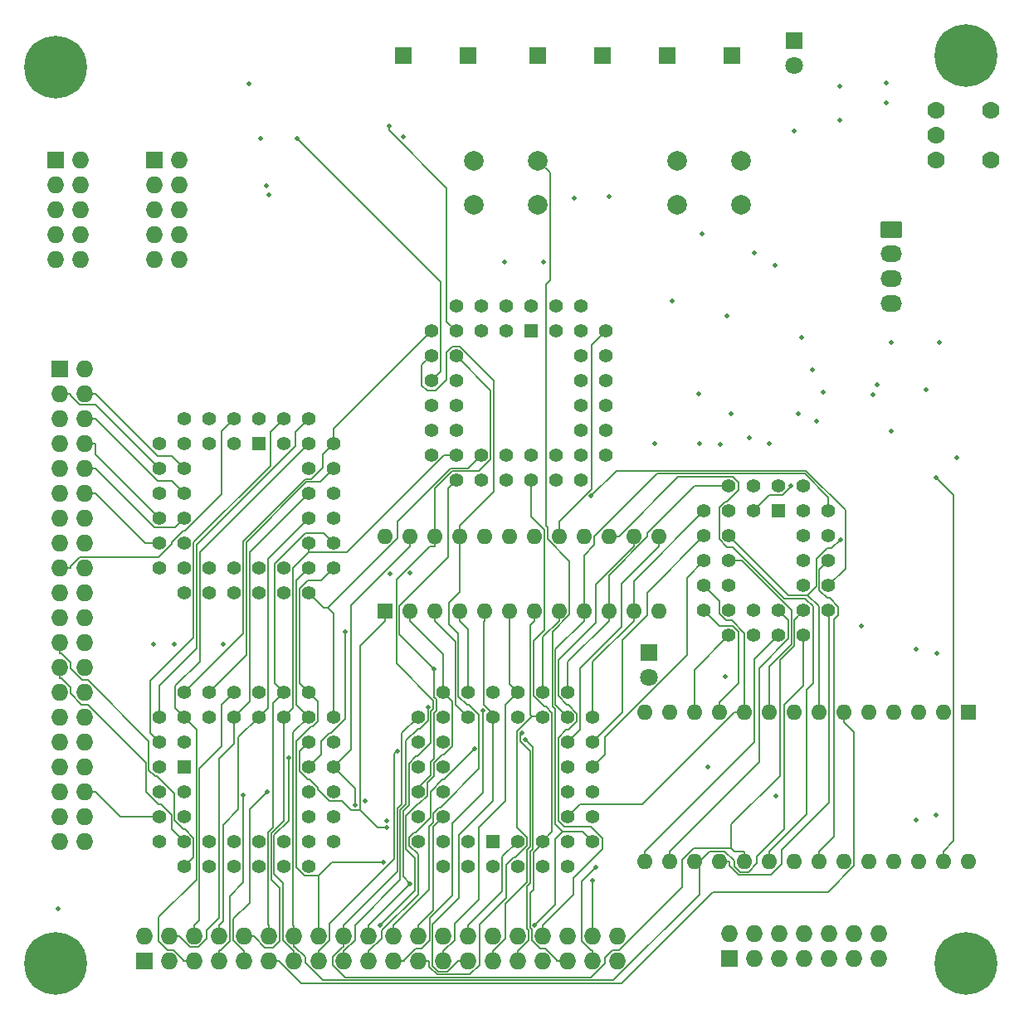
<source format=gbr>
G04 #@! TF.GenerationSoftware,KiCad,Pcbnew,5.1.4-e60b266~84~ubuntu18.04.1*
G04 #@! TF.CreationDate,2019-10-20T16:14:38+01:00*
G04 #@! TF.ProjectId,pluto,706c7574-6f2e-46b6-9963-61645f706362,rev?*
G04 #@! TF.SameCoordinates,Original*
G04 #@! TF.FileFunction,Copper,L4,Bot*
G04 #@! TF.FilePolarity,Positive*
%FSLAX46Y46*%
G04 Gerber Fmt 4.6, Leading zero omitted, Abs format (unit mm)*
G04 Created by KiCad (PCBNEW 5.1.4-e60b266~84~ubuntu18.04.1) date 2019-10-20 16:14:38*
%MOMM*%
%LPD*%
G04 APERTURE LIST*
%ADD10R,1.422400X1.422400*%
%ADD11C,1.422400*%
%ADD12R,1.800000X1.800000*%
%ADD13C,1.800000*%
%ADD14C,1.778000*%
%ADD15C,0.100000*%
%ADD16C,1.700000*%
%ADD17O,2.200000X1.700000*%
%ADD18O,1.727200X1.727200*%
%ADD19R,1.727200X1.727200*%
%ADD20C,6.400000*%
%ADD21C,2.000000*%
%ADD22O,1.600000X1.600000*%
%ADD23R,1.600000X1.600000*%
%ADD24R,1.700000X1.700000*%
%ADD25C,0.500000*%
%ADD26C,0.150000*%
G04 APERTURE END LIST*
D10*
X71501000Y-116332000D03*
D11*
X71501000Y-118872000D03*
X71501000Y-121412000D03*
X71501000Y-113792000D03*
X71501000Y-111252000D03*
X68961000Y-118872000D03*
X68961000Y-121412000D03*
X68961000Y-123952000D03*
X68961000Y-116332000D03*
X68961000Y-113792000D03*
X71501000Y-123952000D03*
X74041000Y-123952000D03*
X76581000Y-123952000D03*
X79121000Y-123952000D03*
X81661000Y-123952000D03*
X71501000Y-126492000D03*
X74041000Y-126492000D03*
X76581000Y-126492000D03*
X79121000Y-126492000D03*
X81661000Y-126492000D03*
X84201000Y-126492000D03*
X84201000Y-123952000D03*
X84201000Y-121412000D03*
X84201000Y-118872000D03*
X84201000Y-116332000D03*
X84201000Y-113792000D03*
X84201000Y-108712000D03*
X86741000Y-123952000D03*
X86741000Y-121412000D03*
X86741000Y-118872000D03*
X86741000Y-116332000D03*
X86741000Y-113792000D03*
X86741000Y-111252000D03*
X84201000Y-111252000D03*
X81661000Y-111252000D03*
X79121000Y-111252000D03*
X76581000Y-111252000D03*
X74041000Y-111252000D03*
X68961000Y-111252000D03*
X81661000Y-108712000D03*
X79121000Y-108712000D03*
X76581000Y-108712000D03*
X74041000Y-108712000D03*
X71501000Y-108712000D03*
X86741000Y-83312000D03*
X86741000Y-85852000D03*
X86741000Y-88392000D03*
X86741000Y-90932000D03*
X86741000Y-93472000D03*
X84201000Y-80772000D03*
X84201000Y-85852000D03*
X84201000Y-88392000D03*
X84201000Y-90932000D03*
X84201000Y-93472000D03*
X84201000Y-96012000D03*
X84201000Y-98552000D03*
X81661000Y-98552000D03*
X79121000Y-98552000D03*
X76581000Y-98552000D03*
X74041000Y-98552000D03*
X71501000Y-98552000D03*
X86741000Y-96012000D03*
X81661000Y-96012000D03*
X79121000Y-96012000D03*
X76581000Y-96012000D03*
X74041000Y-96012000D03*
X71501000Y-96012000D03*
X68961000Y-96012000D03*
X68961000Y-93472000D03*
X68961000Y-90932000D03*
X68961000Y-88392000D03*
X68961000Y-85852000D03*
X68961000Y-83312000D03*
X71501000Y-93472000D03*
X71501000Y-90932000D03*
X71501000Y-88392000D03*
X71501000Y-85852000D03*
X71501000Y-83312000D03*
X81661000Y-80772000D03*
X79121000Y-80772000D03*
X71501000Y-80772000D03*
X74041000Y-80772000D03*
X76581000Y-80772000D03*
X84201000Y-83312000D03*
X81661000Y-83312000D03*
X74041000Y-83312000D03*
X76581000Y-83312000D03*
D10*
X79121000Y-83312000D03*
D12*
X118948000Y-104648000D03*
D13*
X118948000Y-107188000D03*
D12*
X133731000Y-42164000D03*
D13*
X133731000Y-44704000D03*
D14*
X153797000Y-54356000D03*
X153797000Y-49276000D03*
X148209000Y-54356000D03*
X148209000Y-51816000D03*
X148209000Y-49276000D03*
D15*
G36*
X144511504Y-60619204D02*
G01*
X144535773Y-60622804D01*
X144559571Y-60628765D01*
X144582671Y-60637030D01*
X144604849Y-60647520D01*
X144625893Y-60660133D01*
X144645598Y-60674747D01*
X144663777Y-60691223D01*
X144680253Y-60709402D01*
X144694867Y-60729107D01*
X144707480Y-60750151D01*
X144717970Y-60772329D01*
X144726235Y-60795429D01*
X144732196Y-60819227D01*
X144735796Y-60843496D01*
X144737000Y-60868000D01*
X144737000Y-62068000D01*
X144735796Y-62092504D01*
X144732196Y-62116773D01*
X144726235Y-62140571D01*
X144717970Y-62163671D01*
X144707480Y-62185849D01*
X144694867Y-62206893D01*
X144680253Y-62226598D01*
X144663777Y-62244777D01*
X144645598Y-62261253D01*
X144625893Y-62275867D01*
X144604849Y-62288480D01*
X144582671Y-62298970D01*
X144559571Y-62307235D01*
X144535773Y-62313196D01*
X144511504Y-62316796D01*
X144487000Y-62318000D01*
X142787000Y-62318000D01*
X142762496Y-62316796D01*
X142738227Y-62313196D01*
X142714429Y-62307235D01*
X142691329Y-62298970D01*
X142669151Y-62288480D01*
X142648107Y-62275867D01*
X142628402Y-62261253D01*
X142610223Y-62244777D01*
X142593747Y-62226598D01*
X142579133Y-62206893D01*
X142566520Y-62185849D01*
X142556030Y-62163671D01*
X142547765Y-62140571D01*
X142541804Y-62116773D01*
X142538204Y-62092504D01*
X142537000Y-62068000D01*
X142537000Y-60868000D01*
X142538204Y-60843496D01*
X142541804Y-60819227D01*
X142547765Y-60795429D01*
X142556030Y-60772329D01*
X142566520Y-60750151D01*
X142579133Y-60729107D01*
X142593747Y-60709402D01*
X142610223Y-60691223D01*
X142628402Y-60674747D01*
X142648107Y-60660133D01*
X142669151Y-60647520D01*
X142691329Y-60637030D01*
X142714429Y-60628765D01*
X142738227Y-60622804D01*
X142762496Y-60619204D01*
X142787000Y-60618000D01*
X144487000Y-60618000D01*
X144511504Y-60619204D01*
X144511504Y-60619204D01*
G37*
D16*
X143637000Y-61468000D03*
D17*
X143637000Y-63968000D03*
X143637000Y-66468000D03*
X143637000Y-68968000D03*
D18*
X70993000Y-64516000D03*
X68453000Y-64516000D03*
X70993000Y-61976000D03*
X68453000Y-61976000D03*
X70993000Y-59436000D03*
X68453000Y-59436000D03*
X70993000Y-56896000D03*
X68453000Y-56896000D03*
X70993000Y-54356000D03*
D19*
X68453000Y-54356000D03*
X58420000Y-54356000D03*
D18*
X60960000Y-54356000D03*
X58420000Y-56896000D03*
X60960000Y-56896000D03*
X58420000Y-59436000D03*
X60960000Y-59436000D03*
X58420000Y-61976000D03*
X60960000Y-61976000D03*
X58420000Y-64516000D03*
X60960000Y-64516000D03*
D19*
X127127000Y-135890000D03*
D18*
X127127000Y-133350000D03*
X129667000Y-135890000D03*
X129667000Y-133350000D03*
X132207000Y-135890000D03*
X132207000Y-133350000D03*
X134747000Y-135890000D03*
X134747000Y-133350000D03*
X137287000Y-135890000D03*
X137287000Y-133350000D03*
X139827000Y-135890000D03*
X139827000Y-133350000D03*
X142367000Y-135890000D03*
X142367000Y-133350000D03*
D20*
X58394600Y-44856400D03*
X151257000Y-43688000D03*
X151257000Y-136398000D03*
X58420000Y-136398000D03*
D19*
X58801000Y-75692000D03*
D18*
X61341000Y-75692000D03*
X58801000Y-78232000D03*
X61341000Y-78232000D03*
X58801000Y-80772000D03*
X61341000Y-80772000D03*
X58801000Y-83312000D03*
X61341000Y-83312000D03*
X58801000Y-85852000D03*
X61341000Y-85852000D03*
X58801000Y-88392000D03*
X61341000Y-88392000D03*
X58801000Y-90932000D03*
X61341000Y-90932000D03*
X58801000Y-93472000D03*
X61341000Y-93472000D03*
X58801000Y-96012000D03*
X61341000Y-96012000D03*
X58801000Y-98552000D03*
X61341000Y-98552000D03*
X58801000Y-101092000D03*
X61341000Y-101092000D03*
X58801000Y-103632000D03*
X61341000Y-103632000D03*
X58801000Y-106172000D03*
X61341000Y-106172000D03*
X58801000Y-108712000D03*
X61341000Y-108712000D03*
X58801000Y-111252000D03*
X61341000Y-111252000D03*
X58801000Y-113792000D03*
X61341000Y-113792000D03*
X58801000Y-116332000D03*
X61341000Y-116332000D03*
X58801000Y-118872000D03*
X61341000Y-118872000D03*
X58801000Y-121412000D03*
X61341000Y-121412000D03*
X58801000Y-123952000D03*
X61341000Y-123952000D03*
D21*
X128293000Y-54428000D03*
X128293000Y-58928000D03*
X121793000Y-54428000D03*
X121793000Y-58928000D03*
X101069000Y-58928000D03*
X101069000Y-54428000D03*
X107569000Y-58928000D03*
X107569000Y-54428000D03*
D11*
X95377000Y-123952000D03*
X95377000Y-121412000D03*
X95377000Y-118872000D03*
X95377000Y-116332000D03*
X95377000Y-113792000D03*
X97917000Y-126492000D03*
X97917000Y-121412000D03*
X97917000Y-118872000D03*
X97917000Y-116332000D03*
X97917000Y-113792000D03*
X97917000Y-111252000D03*
X97917000Y-108712000D03*
X100457000Y-108712000D03*
X102997000Y-108712000D03*
X105537000Y-108712000D03*
X108077000Y-108712000D03*
X110617000Y-108712000D03*
X95377000Y-111252000D03*
X100457000Y-111252000D03*
X102997000Y-111252000D03*
X105537000Y-111252000D03*
X108077000Y-111252000D03*
X110617000Y-111252000D03*
X113157000Y-111252000D03*
X113157000Y-113792000D03*
X113157000Y-116332000D03*
X113157000Y-118872000D03*
X113157000Y-121412000D03*
X113157000Y-123952000D03*
X110617000Y-113792000D03*
X110617000Y-116332000D03*
X110617000Y-118872000D03*
X110617000Y-121412000D03*
X110617000Y-123952000D03*
X100457000Y-126492000D03*
X102997000Y-126492000D03*
X110617000Y-126492000D03*
X108077000Y-126492000D03*
X105537000Y-126492000D03*
X97917000Y-123952000D03*
X100457000Y-123952000D03*
X108077000Y-123952000D03*
X105537000Y-123952000D03*
D10*
X102997000Y-123952000D03*
D22*
X151511000Y-125984000D03*
X118491000Y-110744000D03*
X148971000Y-125984000D03*
X121031000Y-110744000D03*
X146431000Y-125984000D03*
X123571000Y-110744000D03*
X143891000Y-125984000D03*
X126111000Y-110744000D03*
X141351000Y-125984000D03*
X128651000Y-110744000D03*
X138811000Y-125984000D03*
X131191000Y-110744000D03*
X136271000Y-125984000D03*
X133731000Y-110744000D03*
X133731000Y-125984000D03*
X136271000Y-110744000D03*
X131191000Y-125984000D03*
X138811000Y-110744000D03*
X128651000Y-125984000D03*
X141351000Y-110744000D03*
X126111000Y-125984000D03*
X143891000Y-110744000D03*
X123571000Y-125984000D03*
X146431000Y-110744000D03*
X121031000Y-125984000D03*
X148971000Y-110744000D03*
X118491000Y-125984000D03*
D23*
X151511000Y-110744000D03*
X91973400Y-100381000D03*
D22*
X119913400Y-92761000D03*
X94513400Y-100381000D03*
X117373400Y-92761000D03*
X97053400Y-100381000D03*
X114833400Y-92761000D03*
X99593400Y-100381000D03*
X112293400Y-92761000D03*
X102133400Y-100381000D03*
X109753400Y-92761000D03*
X104673400Y-100381000D03*
X107213400Y-92761000D03*
X107213400Y-100381000D03*
X104673400Y-92761000D03*
X109753400Y-100381000D03*
X102133400Y-92761000D03*
X112293400Y-100381000D03*
X99593400Y-92761000D03*
X114833400Y-100381000D03*
X97053400Y-92761000D03*
X117373400Y-100381000D03*
X94513400Y-92761000D03*
X119913400Y-100381000D03*
X91973400Y-92761000D03*
D10*
X106858000Y-71831200D03*
D11*
X104318000Y-71831200D03*
X101778000Y-71831200D03*
X109398000Y-71831200D03*
X111938000Y-71831200D03*
X104318000Y-69291200D03*
X101778000Y-69291200D03*
X99238000Y-69291200D03*
X106858000Y-69291200D03*
X109398000Y-69291200D03*
X99238000Y-71831200D03*
X99238000Y-74371200D03*
X99238000Y-76911200D03*
X99238000Y-79451200D03*
X99238000Y-81991200D03*
X96698000Y-71831200D03*
X96698000Y-74371200D03*
X96698000Y-76911200D03*
X96698000Y-79451200D03*
X96698000Y-81991200D03*
X96698000Y-84531200D03*
X99238000Y-84531200D03*
X101778000Y-84531200D03*
X104318000Y-84531200D03*
X106858000Y-84531200D03*
X109398000Y-84531200D03*
X114478000Y-84531200D03*
X99238000Y-87071200D03*
X101778000Y-87071200D03*
X104318000Y-87071200D03*
X106858000Y-87071200D03*
X109398000Y-87071200D03*
X111938000Y-87071200D03*
X111938000Y-84531200D03*
X111938000Y-81991200D03*
X111938000Y-79451200D03*
X111938000Y-76911200D03*
X111938000Y-74371200D03*
X111938000Y-69291200D03*
X114478000Y-81991200D03*
X114478000Y-79451200D03*
X114478000Y-76911200D03*
X114478000Y-74371200D03*
X114478000Y-71831200D03*
D24*
X127381000Y-43688000D03*
X120777000Y-43688000D03*
X114173000Y-43688000D03*
X107569000Y-43688000D03*
X100457000Y-43688000D03*
X93853000Y-43688000D03*
D11*
X134706300Y-90198600D03*
X132166300Y-87658600D03*
X134706300Y-87658600D03*
X134706300Y-92738600D03*
X134706300Y-95278600D03*
X134706300Y-97818600D03*
X134706300Y-100358600D03*
X134706300Y-102898600D03*
X132166300Y-102898600D03*
X137246300Y-90198600D03*
X137246300Y-92738600D03*
X137246300Y-95278600D03*
X137246300Y-97818600D03*
X137246300Y-100358600D03*
X132166300Y-100358600D03*
X129626300Y-100358600D03*
X127086300Y-100358600D03*
X124546300Y-100358600D03*
X124546300Y-97818600D03*
X124546300Y-95278600D03*
X124546300Y-92738600D03*
X129626300Y-102898600D03*
X127086300Y-102898600D03*
X127086300Y-97818600D03*
X127086300Y-95278600D03*
X127086300Y-92738600D03*
X127086300Y-90198600D03*
X127086300Y-87658600D03*
X129626300Y-87658600D03*
X124546300Y-90198600D03*
X129626300Y-90198600D03*
D10*
X132166300Y-90198600D03*
D19*
X67437000Y-136144000D03*
D18*
X67437000Y-133604000D03*
X69977000Y-136144000D03*
X69977000Y-133604000D03*
X72517000Y-136144000D03*
X72517000Y-133604000D03*
X75057000Y-136144000D03*
X75057000Y-133604000D03*
X77597000Y-136144000D03*
X77597000Y-133604000D03*
X80137000Y-136144000D03*
X80137000Y-133604000D03*
X82677000Y-136144000D03*
X82677000Y-133604000D03*
X85217000Y-136144000D03*
X85217000Y-133604000D03*
X87757000Y-136144000D03*
X87757000Y-133604000D03*
X90297000Y-136144000D03*
X90297000Y-133604000D03*
X92837000Y-136144000D03*
X92837000Y-133604000D03*
X95377000Y-136144000D03*
X95377000Y-133604000D03*
X97917000Y-136144000D03*
X97917000Y-133604000D03*
X100457000Y-136144000D03*
X100457000Y-133604000D03*
X102997000Y-136144000D03*
X102997000Y-133604000D03*
X105537000Y-136144000D03*
X105537000Y-133604000D03*
X108077000Y-136144000D03*
X108077000Y-133604000D03*
X110617000Y-136144000D03*
X110617000Y-133604000D03*
X113157000Y-136144000D03*
X113157000Y-133604000D03*
X115697000Y-136144000D03*
X115697000Y-133604000D03*
D25*
X104186200Y-64792800D03*
X147165100Y-77844200D03*
X111329200Y-58242600D03*
X136037300Y-81039300D03*
X127278400Y-80283800D03*
X89957700Y-119812500D03*
X129648800Y-63813900D03*
X93853000Y-51986600D03*
X143129000Y-46501300D03*
X134493000Y-72492200D03*
X121285000Y-68781200D03*
X78105000Y-46599800D03*
X143617000Y-82014700D03*
X140627900Y-101965100D03*
X94562300Y-96514600D03*
X138375800Y-46868300D03*
X126873000Y-70298100D03*
X79902900Y-57009800D03*
X141810900Y-78314400D03*
X123977800Y-78275100D03*
X129162700Y-82723400D03*
X146189100Y-121757000D03*
X68404800Y-103771200D03*
X146200800Y-104290700D03*
X75440400Y-103771200D03*
X124079600Y-83356600D03*
X92505700Y-96628000D03*
X138370800Y-50315600D03*
X142204800Y-77344400D03*
X92171600Y-121842000D03*
X131212800Y-83351300D03*
X148227000Y-121250800D03*
X136712900Y-78076500D03*
X124333000Y-61888400D03*
X134121000Y-80265600D03*
X114859900Y-58105600D03*
X79327200Y-52197100D03*
X58653100Y-130840500D03*
X150333000Y-84794100D03*
X143129000Y-48551400D03*
X126162000Y-83443800D03*
X135613000Y-75757000D03*
X124938800Y-116356100D03*
X108190600Y-64804800D03*
X70457100Y-103771200D03*
X133731000Y-51423900D03*
X126675000Y-107119400D03*
X131823000Y-65082900D03*
X80108800Y-57925400D03*
X119541000Y-83347100D03*
X131866100Y-119317400D03*
X148256000Y-104741800D03*
X143617000Y-72987800D03*
X148567000Y-72981700D03*
X113467700Y-126601700D03*
X77520000Y-119193900D03*
X107269000Y-132494600D03*
X82147600Y-115395500D03*
X93245000Y-114701800D03*
X101094100Y-114501100D03*
X133400200Y-87640400D03*
X106292200Y-113543200D03*
X96436400Y-110244500D03*
X101993000Y-110563700D03*
X105931200Y-112872200D03*
X91525500Y-132494500D03*
X91849500Y-126110300D03*
X96976100Y-106318900D03*
X113025700Y-88685600D03*
X83043300Y-52197000D03*
X92426700Y-50927000D03*
X94568700Y-128240400D03*
X148227200Y-86791800D03*
X79935700Y-118896200D03*
X138446900Y-93143500D03*
X88955300Y-120262600D03*
X92185100Y-122534400D03*
X113157000Y-127901900D03*
X87934500Y-102562700D03*
D26*
X109528100Y-136144000D02*
X109528100Y-136031200D01*
X109528100Y-136031200D02*
X108370900Y-134874000D01*
X108370900Y-134874000D02*
X107797600Y-134874000D01*
X107797600Y-134874000D02*
X106967700Y-134044100D01*
X106967700Y-134044100D02*
X106967700Y-132916900D01*
X106967700Y-132916900D02*
X106777400Y-132726600D01*
X106777400Y-132726600D02*
X106777400Y-129230500D01*
X106777400Y-129230500D02*
X107140500Y-128867400D01*
X107140500Y-128867400D02*
X107140500Y-125072000D01*
X107140500Y-125072000D02*
X108077000Y-124135500D01*
X108077000Y-124135500D02*
X108077000Y-123952000D01*
X108077000Y-123952000D02*
X109052100Y-122976900D01*
X109052100Y-122976900D02*
X109052100Y-110854000D01*
X109052100Y-110854000D02*
X108383700Y-110185600D01*
X108383700Y-110185600D02*
X108226100Y-110185600D01*
X108226100Y-110185600D02*
X107116600Y-109076100D01*
X107116600Y-109076100D02*
X107116600Y-103500300D01*
X107116600Y-103500300D02*
X108258300Y-102358600D01*
X108258300Y-102358600D02*
X108258300Y-92137800D01*
X108258300Y-92137800D02*
X106858000Y-90737500D01*
X106858000Y-90737500D02*
X106858000Y-87071200D01*
X110617000Y-136144000D02*
X109528100Y-136144000D01*
X113157000Y-136144000D02*
X113157000Y-135055100D01*
X113157000Y-135055100D02*
X113020900Y-135055100D01*
X113020900Y-135055100D02*
X112064300Y-134098500D01*
X112064300Y-134098500D02*
X112064300Y-128005100D01*
X112064300Y-128005100D02*
X113467700Y-126601700D01*
X74041000Y-108712000D02*
X77851000Y-104902000D01*
X77851000Y-104902000D02*
X77851000Y-93360100D01*
X77851000Y-93360100D02*
X83966200Y-87244900D01*
X83966200Y-87244900D02*
X85348100Y-87244900D01*
X85348100Y-87244900D02*
X86741000Y-85852000D01*
X58801000Y-78232000D02*
X59889900Y-78232000D01*
X59889900Y-78232000D02*
X59889900Y-78368200D01*
X59889900Y-78368200D02*
X60842600Y-79320900D01*
X60842600Y-79320900D02*
X62429900Y-79320900D01*
X62429900Y-79320900D02*
X68961000Y-85852000D01*
X61341000Y-78232000D02*
X62429900Y-78232000D01*
X62429900Y-78232000D02*
X68779900Y-84582000D01*
X68779900Y-84582000D02*
X70231000Y-84582000D01*
X70231000Y-84582000D02*
X71501000Y-85852000D01*
X61341000Y-80772000D02*
X62429900Y-80772000D01*
X71501000Y-88392000D02*
X70231000Y-87122000D01*
X70231000Y-87122000D02*
X68779900Y-87122000D01*
X68779900Y-87122000D02*
X62429900Y-80772000D01*
X61341000Y-83312000D02*
X62429900Y-83312000D01*
X62429900Y-83312000D02*
X62429900Y-84400900D01*
X62429900Y-84400900D02*
X68961000Y-90932000D01*
X61341000Y-85852000D02*
X62429900Y-85852000D01*
X71501000Y-90932000D02*
X70563900Y-91869100D01*
X70563900Y-91869100D02*
X68447000Y-91869100D01*
X68447000Y-91869100D02*
X62429900Y-85852000D01*
X61341000Y-88392000D02*
X62429900Y-88392000D01*
X62429900Y-88392000D02*
X67509900Y-93472000D01*
X67509900Y-93472000D02*
X68961000Y-93472000D01*
X58801000Y-96012000D02*
X59889900Y-96012000D01*
X59889900Y-96012000D02*
X59889900Y-95875800D01*
X59889900Y-95875800D02*
X60842600Y-94923100D01*
X60842600Y-94923100D02*
X68849300Y-94923100D01*
X68849300Y-94923100D02*
X70231100Y-93541300D01*
X70231100Y-93541300D02*
X70231100Y-93415400D01*
X70231100Y-93415400D02*
X71444500Y-92202000D01*
X71444500Y-92202000D02*
X71568800Y-92202000D01*
X71568800Y-92202000D02*
X75311000Y-88459800D01*
X75311000Y-88459800D02*
X75311000Y-82042000D01*
X75311000Y-82042000D02*
X76581000Y-80772000D01*
X127086300Y-95278600D02*
X128411700Y-95278600D01*
X128411700Y-95278600D02*
X133437200Y-100304100D01*
X133437200Y-100304100D02*
X133437200Y-103809600D01*
X133437200Y-103809600D02*
X131191000Y-106055800D01*
X131191000Y-106055800D02*
X131191000Y-109718700D01*
X131191000Y-110744000D02*
X131191000Y-109718700D01*
X71501000Y-111252000D02*
X70564400Y-110315400D01*
X70564400Y-110315400D02*
X70564400Y-108076000D01*
X70564400Y-108076000D02*
X73071500Y-105568900D01*
X73071500Y-105568900D02*
X73071500Y-94441500D01*
X73071500Y-94441500D02*
X84201000Y-83312000D01*
X71428100Y-136144000D02*
X71428100Y-136031200D01*
X71428100Y-136031200D02*
X70438000Y-135041100D01*
X70438000Y-135041100D02*
X69843200Y-135041100D01*
X69843200Y-135041100D02*
X68888000Y-134085900D01*
X68888000Y-134085900D02*
X68888000Y-131702200D01*
X68888000Y-131702200D02*
X72758400Y-127831800D01*
X72758400Y-127831800D02*
X72758400Y-112509400D01*
X72758400Y-112509400D02*
X71501000Y-111252000D01*
X72517000Y-136144000D02*
X71428100Y-136144000D01*
X128651000Y-110744000D02*
X127625700Y-110744000D01*
X127625700Y-110744000D02*
X118227700Y-120142000D01*
X118227700Y-120142000D02*
X111887000Y-120142000D01*
X111887000Y-120142000D02*
X110617000Y-121412000D01*
X124546300Y-97818600D02*
X126091000Y-99363300D01*
X126091000Y-99363300D02*
X126091000Y-100694800D01*
X126091000Y-100694800D02*
X126768300Y-101372100D01*
X126768300Y-101372100D02*
X127352300Y-101372100D01*
X127352300Y-101372100D02*
X128651000Y-102670800D01*
X128651000Y-102670800D02*
X128651000Y-110744000D01*
X81661000Y-80772000D02*
X80284700Y-82148300D01*
X80284700Y-82148300D02*
X80284700Y-85587700D01*
X80284700Y-85587700D02*
X72470700Y-93401700D01*
X72470700Y-93401700D02*
X72470700Y-103097900D01*
X72470700Y-103097900D02*
X68024400Y-107544200D01*
X68024400Y-107544200D02*
X68024400Y-112855400D01*
X68024400Y-112855400D02*
X68961000Y-113792000D01*
X84201000Y-80772000D02*
X82806500Y-82166500D01*
X82806500Y-82166500D02*
X82806500Y-83611800D01*
X82806500Y-83611800D02*
X72771100Y-93647200D01*
X72771100Y-93647200D02*
X72771100Y-104258400D01*
X72771100Y-104258400D02*
X68961000Y-108068500D01*
X68961000Y-108068500D02*
X68961000Y-111252000D01*
X77520000Y-119193900D02*
X77520000Y-128135300D01*
X77520000Y-128135300D02*
X76145900Y-129509400D01*
X76145900Y-129509400D02*
X76145900Y-134102400D01*
X76145900Y-134102400D02*
X75193200Y-135055100D01*
X75193200Y-135055100D02*
X75057000Y-135055100D01*
X75057000Y-136144000D02*
X75057000Y-135055100D01*
X124546300Y-95278600D02*
X122818400Y-97006500D01*
X122818400Y-97006500D02*
X122818400Y-104909300D01*
X122818400Y-104909300D02*
X114403400Y-113324300D01*
X114403400Y-113324300D02*
X114403400Y-115085600D01*
X114403400Y-115085600D02*
X113157000Y-116332000D01*
X105537000Y-123952000D02*
X103966700Y-125522300D01*
X103966700Y-125522300D02*
X103966700Y-129005400D01*
X103966700Y-129005400D02*
X100457000Y-132515100D01*
X100457000Y-133604000D02*
X100457000Y-132515100D01*
X110109900Y-122949400D02*
X109347100Y-123712200D01*
X109347100Y-123712200D02*
X109347100Y-130416500D01*
X109347100Y-130416500D02*
X107269000Y-132494600D01*
X107569000Y-54428000D02*
X108810000Y-55669000D01*
X108810000Y-55669000D02*
X108810000Y-66663300D01*
X108810000Y-66663300D02*
X108408400Y-67064900D01*
X108408400Y-67064900D02*
X108408400Y-91712800D01*
X108408400Y-91712800D02*
X108558700Y-91863100D01*
X108558700Y-91863100D02*
X108558700Y-93081100D01*
X108558700Y-93081100D02*
X110789600Y-95312000D01*
X110789600Y-95312000D02*
X110789600Y-100795000D01*
X110789600Y-100795000D02*
X109063900Y-102520700D01*
X109063900Y-102520700D02*
X109063900Y-110132000D01*
X109063900Y-110132000D02*
X109352500Y-110420600D01*
X109352500Y-110420600D02*
X109352500Y-122192000D01*
X109352500Y-122192000D02*
X110109900Y-122949400D01*
X110109900Y-122949400D02*
X112154400Y-122949400D01*
X112154400Y-122949400D02*
X113157000Y-123952000D01*
X110617000Y-113792000D02*
X111881700Y-112527300D01*
X111881700Y-112527300D02*
X111881700Y-106258400D01*
X111881700Y-106258400D02*
X116103400Y-102036700D01*
X116103400Y-102036700D02*
X116103400Y-97596300D01*
X116103400Y-97596300D02*
X119913400Y-93786300D01*
X82677000Y-135055100D02*
X82564200Y-135055100D01*
X82564200Y-135055100D02*
X81557400Y-134048300D01*
X81557400Y-134048300D02*
X81557400Y-128150800D01*
X81557400Y-128150800D02*
X80685100Y-127278500D01*
X80685100Y-127278500D02*
X80685100Y-123270200D01*
X80685100Y-123270200D02*
X82147600Y-121807700D01*
X82147600Y-121807700D02*
X82147600Y-115395500D01*
X82677000Y-136144000D02*
X82677000Y-135055100D01*
X119913400Y-92761000D02*
X119913400Y-93786300D01*
X113157000Y-113792000D02*
X116175600Y-110773400D01*
X116175600Y-110773400D02*
X116175600Y-103404700D01*
X116175600Y-103404700D02*
X118749700Y-100830600D01*
X118749700Y-100830600D02*
X118749700Y-98535200D01*
X118749700Y-98535200D02*
X124546300Y-92738600D01*
X81225900Y-136144000D02*
X81225900Y-136256800D01*
X81225900Y-136256800D02*
X83406000Y-138436900D01*
X83406000Y-138436900D02*
X116125800Y-138436900D01*
X116125800Y-138436900D02*
X125458000Y-129104700D01*
X125458000Y-129104700D02*
X137169300Y-129104700D01*
X137169300Y-129104700D02*
X139842200Y-126431800D01*
X139842200Y-126431800D02*
X139842200Y-112800500D01*
X139842200Y-112800500D02*
X138811000Y-111769300D01*
X80137000Y-136144000D02*
X81225900Y-136144000D01*
X138811000Y-110744000D02*
X138811000Y-111769300D01*
X117373400Y-100381000D02*
X117373400Y-101406300D01*
X117373400Y-101406300D02*
X113157000Y-105622700D01*
X113157000Y-105622700D02*
X113157000Y-111252000D01*
X124546300Y-90198600D02*
X117373400Y-97371500D01*
X117373400Y-97371500D02*
X117373400Y-100381000D01*
X93245000Y-114701800D02*
X92939000Y-115007800D01*
X92939000Y-115007800D02*
X92939000Y-125743700D01*
X92939000Y-125743700D02*
X86336800Y-132345900D01*
X86336800Y-132345900D02*
X86336800Y-134048100D01*
X86336800Y-134048100D02*
X85329800Y-135055100D01*
X85329800Y-135055100D02*
X85217000Y-135055100D01*
X85217000Y-136144000D02*
X85217000Y-135055100D01*
X137246300Y-90198600D02*
X137246200Y-90198600D01*
X137246200Y-90198600D02*
X137246200Y-88829400D01*
X137246200Y-88829400D02*
X134821500Y-86404700D01*
X134821500Y-86404700D02*
X119739500Y-86404700D01*
X119739500Y-86404700D02*
X113369500Y-92774700D01*
X113369500Y-92774700D02*
X113369500Y-93679900D01*
X113369500Y-93679900D02*
X112293400Y-94756000D01*
X112293400Y-94756000D02*
X112293400Y-100381000D01*
X90297000Y-135055100D02*
X90409800Y-135055100D01*
X90409800Y-135055100D02*
X91638200Y-133826700D01*
X91638200Y-133826700D02*
X91638200Y-133054100D01*
X91638200Y-133054100D02*
X95344400Y-129347900D01*
X95344400Y-129347900D02*
X95344400Y-125243700D01*
X95344400Y-125243700D02*
X94440500Y-124339800D01*
X94440500Y-124339800D02*
X94440500Y-123564200D01*
X94440500Y-123564200D02*
X94989200Y-123015500D01*
X94989200Y-123015500D02*
X95101400Y-123015500D01*
X95101400Y-123015500D02*
X96613800Y-121503100D01*
X96613800Y-121503100D02*
X96613800Y-118843000D01*
X96613800Y-118843000D02*
X97854800Y-117602000D01*
X97854800Y-117602000D02*
X97993200Y-117602000D01*
X97993200Y-117602000D02*
X101094100Y-114501100D01*
X112293400Y-100381000D02*
X112293400Y-101406300D01*
X112293400Y-101406300D02*
X109364300Y-104335400D01*
X109364300Y-104335400D02*
X109364300Y-109999300D01*
X109364300Y-109999300D02*
X110617000Y-111252000D01*
X90297000Y-136144000D02*
X90297000Y-135055100D01*
X106966500Y-111163000D02*
X105454900Y-112674600D01*
X105454900Y-112674600D02*
X105454900Y-122507500D01*
X105454900Y-122507500D02*
X106486600Y-123539200D01*
X106486600Y-123539200D02*
X106486600Y-124351200D01*
X106486600Y-124351200D02*
X105282400Y-125555400D01*
X105282400Y-125555400D02*
X105091700Y-125555400D01*
X105091700Y-125555400D02*
X104327500Y-126319600D01*
X104327500Y-126319600D02*
X104327500Y-129754600D01*
X104327500Y-129754600D02*
X101617900Y-132464200D01*
X101617900Y-132464200D02*
X101617900Y-136546400D01*
X101617900Y-136546400D02*
X100628300Y-137536000D01*
X100628300Y-137536000D02*
X97284200Y-137536000D01*
X97284200Y-137536000D02*
X96465900Y-136717700D01*
X96465900Y-136717700D02*
X96465900Y-136144000D01*
X95377000Y-136144000D02*
X96465900Y-136144000D01*
X106966500Y-111163000D02*
X106791600Y-110988100D01*
X106791600Y-110988100D02*
X106791600Y-101828100D01*
X106791600Y-101828100D02*
X107213400Y-101406300D01*
X106966500Y-111163000D02*
X107988000Y-111163000D01*
X107988000Y-111163000D02*
X108077000Y-111252000D01*
X107213400Y-100381000D02*
X107213400Y-101406300D01*
X102997000Y-111252000D02*
X102997000Y-119839300D01*
X102997000Y-119839300D02*
X99520400Y-123315900D01*
X99520400Y-123315900D02*
X99520400Y-129690700D01*
X99520400Y-129690700D02*
X96828000Y-132383100D01*
X96828000Y-132383100D02*
X96828000Y-136655000D01*
X96828000Y-136655000D02*
X97408700Y-137235700D01*
X97408700Y-137235700D02*
X98365400Y-137235700D01*
X98365400Y-137235700D02*
X99368100Y-136233000D01*
X99368100Y-136233000D02*
X99368100Y-136144000D01*
X100457000Y-136144000D02*
X99368100Y-136144000D01*
X102133400Y-101406300D02*
X102051500Y-101488200D01*
X102051500Y-101488200D02*
X102051500Y-109950000D01*
X102051500Y-109950000D02*
X102997000Y-110895500D01*
X102997000Y-110895500D02*
X102997000Y-111252000D01*
X129626300Y-90198600D02*
X131229700Y-88595200D01*
X131229700Y-88595200D02*
X132554500Y-88595200D01*
X132554500Y-88595200D02*
X133400200Y-87749500D01*
X133400200Y-87749500D02*
X133400200Y-87640400D01*
X102133400Y-100381000D02*
X102133400Y-101406300D01*
X105537000Y-135055100D02*
X105649800Y-135055100D01*
X105649800Y-135055100D02*
X106646600Y-134058300D01*
X106646600Y-134058300D02*
X106646600Y-133020700D01*
X106646600Y-133020700D02*
X106477000Y-132851100D01*
X106477000Y-132851100D02*
X106477000Y-128505700D01*
X106477000Y-128505700D02*
X106786900Y-128195800D01*
X106786900Y-128195800D02*
X106786900Y-125000800D01*
X106786900Y-125000800D02*
X107087200Y-124700500D01*
X107087200Y-124700500D02*
X107087200Y-114338200D01*
X107087200Y-114338200D02*
X106292200Y-113543200D01*
X105537000Y-136144000D02*
X105537000Y-135055100D01*
X97053400Y-101406300D02*
X99176600Y-103529500D01*
X99176600Y-103529500D02*
X99176600Y-109971600D01*
X99176600Y-109971600D02*
X100457000Y-111252000D01*
X97053400Y-100381000D02*
X97053400Y-101406300D01*
X127299200Y-124632200D02*
X127299200Y-122186700D01*
X127299200Y-122186700D02*
X132255100Y-117230800D01*
X132255100Y-117230800D02*
X132255100Y-105416500D01*
X132255100Y-105416500D02*
X133737500Y-103934100D01*
X133737500Y-103934100D02*
X133737500Y-101327400D01*
X133737500Y-101327400D02*
X134706300Y-100358600D01*
X101778000Y-84531200D02*
X100474900Y-85834300D01*
X100474900Y-85834300D02*
X98701100Y-85834300D01*
X98701100Y-85834300D02*
X93243400Y-91292000D01*
X93243400Y-91292000D02*
X93243400Y-93002800D01*
X93243400Y-93002800D02*
X86146200Y-100100000D01*
X128651000Y-124958700D02*
X127625700Y-124958700D01*
X127625700Y-124958700D02*
X127299200Y-124632200D01*
X128651000Y-125984000D02*
X128651000Y-124958700D01*
X87757000Y-134692900D02*
X87644200Y-134692900D01*
X87644200Y-134692900D02*
X86637200Y-135699900D01*
X86637200Y-135699900D02*
X86637200Y-136568800D01*
X86637200Y-136568800D02*
X87904700Y-137836300D01*
X87904700Y-137836300D02*
X113004600Y-137836300D01*
X113004600Y-137836300D02*
X114427000Y-136413900D01*
X114427000Y-136413900D02*
X114427000Y-135839600D01*
X114427000Y-135839600D02*
X115211600Y-135055000D01*
X115211600Y-135055000D02*
X115847500Y-135055000D01*
X115847500Y-135055000D02*
X122301000Y-128601500D01*
X122301000Y-128601500D02*
X122301000Y-125788800D01*
X122301000Y-125788800D02*
X123457600Y-124632200D01*
X123457600Y-124632200D02*
X127299200Y-124632200D01*
X95377000Y-111252000D02*
X93725800Y-112903200D01*
X93725800Y-112903200D02*
X93725800Y-120121700D01*
X93725800Y-120121700D02*
X93239300Y-120608200D01*
X93239300Y-120608200D02*
X93239300Y-127032800D01*
X93239300Y-127032800D02*
X87757000Y-132515100D01*
X87757000Y-133604000D02*
X87757000Y-132515100D01*
X87757000Y-134148400D02*
X87757000Y-133604000D01*
X87757000Y-134148400D02*
X87757000Y-134692900D01*
X84201000Y-98552000D02*
X85749000Y-100100000D01*
X85749000Y-100100000D02*
X86146200Y-100100000D01*
X86741000Y-111252000D02*
X86741000Y-100694800D01*
X86741000Y-100694800D02*
X86146200Y-100100000D01*
X127086300Y-87658600D02*
X123565600Y-87658600D01*
X123565600Y-87658600D02*
X118749700Y-92474500D01*
X118749700Y-92474500D02*
X118749700Y-92834900D01*
X118749700Y-92834900D02*
X114833400Y-96751200D01*
X114833400Y-96751200D02*
X114833400Y-100381000D01*
X96436400Y-110244500D02*
X96375300Y-110305600D01*
X96375300Y-110305600D02*
X96375300Y-111578300D01*
X96375300Y-111578300D02*
X95552400Y-112401200D01*
X95552400Y-112401200D02*
X95388700Y-112401200D01*
X95388700Y-112401200D02*
X94124600Y-113665300D01*
X94124600Y-113665300D02*
X94124600Y-120147700D01*
X94124600Y-120147700D02*
X93539600Y-120732700D01*
X93539600Y-120732700D02*
X93539600Y-127839000D01*
X93539600Y-127839000D02*
X88907700Y-132470900D01*
X88907700Y-132470900D02*
X88907700Y-134017200D01*
X88907700Y-134017200D02*
X87869800Y-135055100D01*
X87869800Y-135055100D02*
X87757000Y-135055100D01*
X87757000Y-136144000D02*
X87757000Y-135055100D01*
X114833400Y-100381000D02*
X114833400Y-101406300D01*
X114833400Y-101406300D02*
X110617000Y-105622700D01*
X110617000Y-105622700D02*
X110617000Y-108712000D01*
X101993000Y-110563700D02*
X101993000Y-118998000D01*
X101993000Y-118998000D02*
X98868200Y-122122800D01*
X98868200Y-122122800D02*
X98868200Y-129448700D01*
X98868200Y-129448700D02*
X96527600Y-131789300D01*
X96527600Y-131789300D02*
X96527600Y-134055300D01*
X96527600Y-134055300D02*
X95708900Y-134874000D01*
X95708900Y-134874000D02*
X95083100Y-134874000D01*
X95083100Y-134874000D02*
X93925900Y-136031200D01*
X93925900Y-136031200D02*
X93925900Y-136144000D01*
X92837000Y-136144000D02*
X93925900Y-136144000D01*
X109753400Y-100381000D02*
X109753400Y-101406300D01*
X109753400Y-101406300D02*
X108077000Y-103082700D01*
X108077000Y-103082700D02*
X108077000Y-108712000D01*
X104673400Y-100381000D02*
X104673400Y-107848400D01*
X104673400Y-107848400D02*
X105537000Y-108712000D01*
X105537000Y-108712000D02*
X104267100Y-109981900D01*
X104267100Y-109981900D02*
X104267100Y-119795100D01*
X104267100Y-119795100D02*
X101566500Y-122495700D01*
X101566500Y-122495700D02*
X101566500Y-129863200D01*
X101566500Y-129863200D02*
X99067700Y-132362000D01*
X99067700Y-132362000D02*
X99067700Y-134017200D01*
X99067700Y-134017200D02*
X98029800Y-135055100D01*
X98029800Y-135055100D02*
X97917000Y-135055100D01*
X97917000Y-136144000D02*
X97917000Y-135055100D01*
X102997000Y-135055100D02*
X103109800Y-135055100D01*
X103109800Y-135055100D02*
X104267000Y-133897900D01*
X104267000Y-133897900D02*
X104267000Y-130290800D01*
X104267000Y-130290800D02*
X106486500Y-128071300D01*
X106486500Y-128071300D02*
X106486500Y-124776200D01*
X106486500Y-124776200D02*
X106786900Y-124475800D01*
X106786900Y-124475800D02*
X106786900Y-114749900D01*
X106786900Y-114749900D02*
X105755200Y-113718200D01*
X105755200Y-113718200D02*
X105755200Y-113048200D01*
X105755200Y-113048200D02*
X105931200Y-112872200D01*
X102997000Y-136144000D02*
X102997000Y-135055100D01*
X99593400Y-100381000D02*
X99593400Y-101406300D01*
X99593400Y-101406300D02*
X100457000Y-102269900D01*
X100457000Y-102269900D02*
X100457000Y-108712000D01*
X97917000Y-108712000D02*
X98876200Y-109671200D01*
X98876200Y-109671200D02*
X98876200Y-114229000D01*
X98876200Y-114229000D02*
X98043200Y-115062000D01*
X98043200Y-115062000D02*
X97842500Y-115062000D01*
X97842500Y-115062000D02*
X96976100Y-115928400D01*
X96976100Y-115928400D02*
X96976100Y-117272900D01*
X96976100Y-117272900D02*
X96313500Y-117935500D01*
X96313500Y-117935500D02*
X96313500Y-119262400D01*
X96313500Y-119262400D02*
X95480800Y-120095100D01*
X95480800Y-120095100D02*
X95344900Y-120095100D01*
X95344900Y-120095100D02*
X94140200Y-121299800D01*
X94140200Y-121299800D02*
X94140200Y-124734400D01*
X94140200Y-124734400D02*
X95044100Y-125638300D01*
X95044100Y-125638300D02*
X95044100Y-128975900D01*
X95044100Y-128975900D02*
X91525500Y-132494500D01*
X94513400Y-101406300D02*
X97917000Y-104809900D01*
X97917000Y-104809900D02*
X97917000Y-108712000D01*
X94513400Y-100381000D02*
X94513400Y-101406300D01*
X126111000Y-125984000D02*
X127136300Y-125984000D01*
X137246300Y-100358600D02*
X137306000Y-100418300D01*
X137306000Y-100418300D02*
X137306000Y-119963400D01*
X137306000Y-119963400D02*
X132461000Y-124808400D01*
X132461000Y-124808400D02*
X132461000Y-126252700D01*
X132461000Y-126252700D02*
X131350500Y-127363200D01*
X131350500Y-127363200D02*
X128090600Y-127363200D01*
X128090600Y-127363200D02*
X127136300Y-126408900D01*
X127136300Y-126408900D02*
X127136300Y-125984000D01*
X85217000Y-127428600D02*
X83763500Y-127428600D01*
X83763500Y-127428600D02*
X82947900Y-126613000D01*
X82947900Y-126613000D02*
X82947900Y-113717200D01*
X82947900Y-113717200D02*
X84476500Y-112188600D01*
X84476500Y-112188600D02*
X84603900Y-112188600D01*
X84603900Y-112188600D02*
X85145800Y-111646700D01*
X85145800Y-111646700D02*
X85145800Y-109656800D01*
X85145800Y-109656800D02*
X84201000Y-108712000D01*
X91849500Y-126110300D02*
X86535300Y-126110300D01*
X86535300Y-126110300D02*
X85217000Y-127428600D01*
X85217000Y-132515100D02*
X85217000Y-127428600D01*
X85217000Y-133604000D02*
X85217000Y-132515100D01*
X84201000Y-108712000D02*
X83264500Y-107775500D01*
X83264500Y-107775500D02*
X83264500Y-98146200D01*
X83264500Y-98146200D02*
X84128700Y-97282000D01*
X84128700Y-97282000D02*
X85471000Y-97282000D01*
X85471000Y-97282000D02*
X86741000Y-96012000D01*
X121031000Y-125984000D02*
X121031000Y-124958700D01*
X132166300Y-100358600D02*
X133136800Y-101329100D01*
X133136800Y-101329100D02*
X133136800Y-103252700D01*
X133136800Y-103252700D02*
X130165700Y-106223800D01*
X130165700Y-106223800D02*
X130165700Y-115824000D01*
X130165700Y-115824000D02*
X121031000Y-124958700D01*
X81661000Y-108712000D02*
X80574400Y-109798600D01*
X80574400Y-109798600D02*
X80574400Y-122498600D01*
X80574400Y-122498600D02*
X80084400Y-122988600D01*
X80084400Y-122988600D02*
X80084400Y-132462500D01*
X80084400Y-132462500D02*
X80137000Y-132515100D01*
X80137000Y-133604000D02*
X80137000Y-132515100D01*
X81661000Y-108712000D02*
X80720400Y-107771400D01*
X80720400Y-107771400D02*
X80720400Y-95607600D01*
X80720400Y-95607600D02*
X83835000Y-92493000D01*
X83835000Y-92493000D02*
X85762000Y-92493000D01*
X85762000Y-92493000D02*
X86741000Y-93472000D01*
X79121000Y-111252000D02*
X77044700Y-113328300D01*
X77044700Y-113328300D02*
X77044700Y-120688700D01*
X77044700Y-120688700D02*
X75508100Y-122225300D01*
X75508100Y-122225300D02*
X75508100Y-132064000D01*
X75508100Y-132064000D02*
X75057000Y-132515100D01*
X75057000Y-133604000D02*
X75057000Y-132515100D01*
X84201000Y-90932000D02*
X80069600Y-95063400D01*
X80069600Y-95063400D02*
X80069600Y-110303400D01*
X80069600Y-110303400D02*
X79121000Y-111252000D01*
X126111000Y-110744000D02*
X126111000Y-109718700D01*
X124546300Y-100358600D02*
X126149700Y-101962000D01*
X126149700Y-101962000D02*
X127489200Y-101962000D01*
X127489200Y-101962000D02*
X128025100Y-102497900D01*
X128025100Y-102497900D02*
X128025100Y-107804600D01*
X128025100Y-107804600D02*
X126111000Y-109718700D01*
X76581000Y-111252000D02*
X78151400Y-109681600D01*
X78151400Y-109681600D02*
X78151400Y-94441600D01*
X78151400Y-94441600D02*
X84201000Y-88392000D01*
X69977000Y-133604000D02*
X71065900Y-133604000D01*
X76581000Y-111252000D02*
X76581000Y-114004500D01*
X76581000Y-114004500D02*
X75056900Y-115528600D01*
X75056900Y-115528600D02*
X75056900Y-131726700D01*
X75056900Y-131726700D02*
X73787000Y-132996600D01*
X73787000Y-132996600D02*
X73787000Y-133879300D01*
X73787000Y-133879300D02*
X72925600Y-134740700D01*
X72925600Y-134740700D02*
X72089800Y-134740700D01*
X72089800Y-134740700D02*
X71065900Y-133716800D01*
X71065900Y-133716800D02*
X71065900Y-133604000D01*
X134706300Y-102898600D02*
X134706300Y-108005300D01*
X134706300Y-108005300D02*
X132705600Y-110006000D01*
X132705600Y-110006000D02*
X132705600Y-122718800D01*
X132705600Y-122718800D02*
X129921000Y-125503400D01*
X129921000Y-125503400D02*
X129921000Y-126174900D01*
X129921000Y-126174900D02*
X129040700Y-127055200D01*
X129040700Y-127055200D02*
X128207500Y-127055200D01*
X128207500Y-127055200D02*
X127612500Y-126460200D01*
X127612500Y-126460200D02*
X127612500Y-125915300D01*
X127612500Y-125915300D02*
X126629800Y-124932600D01*
X126629800Y-124932600D02*
X125135100Y-124932600D01*
X125135100Y-124932600D02*
X124083700Y-125984000D01*
X82677000Y-134692900D02*
X82789800Y-134692900D01*
X82789800Y-134692900D02*
X83827700Y-135730800D01*
X83827700Y-135730800D02*
X83827700Y-136342200D01*
X83827700Y-136342200D02*
X85622100Y-138136600D01*
X85622100Y-138136600D02*
X115293600Y-138136600D01*
X115293600Y-138136600D02*
X124083700Y-129346500D01*
X124083700Y-129346500D02*
X124083700Y-125984000D01*
X82677000Y-133604000D02*
X82677000Y-134692900D01*
X123571000Y-125984000D02*
X124083700Y-125984000D01*
X82677000Y-132515100D02*
X82634200Y-132472300D01*
X82634200Y-132472300D02*
X82634200Y-112818800D01*
X82634200Y-112818800D02*
X84201000Y-111252000D01*
X82677000Y-132627100D02*
X82677000Y-132515100D01*
X82677000Y-133604000D02*
X82677000Y-133059500D01*
X82677000Y-133059500D02*
X82677000Y-132627100D01*
X84201000Y-96012000D02*
X82964200Y-97248800D01*
X82964200Y-97248800D02*
X82964200Y-110015200D01*
X82964200Y-110015200D02*
X84201000Y-111252000D01*
X118491000Y-125984000D02*
X118491000Y-124958700D01*
X132166300Y-102898600D02*
X129693400Y-105371500D01*
X129693400Y-105371500D02*
X129693400Y-113756300D01*
X129693400Y-113756300D02*
X118491000Y-124958700D01*
X81661000Y-111252000D02*
X81661000Y-121836700D01*
X81661000Y-121836700D02*
X80384800Y-123112900D01*
X80384800Y-123112900D02*
X80384800Y-127827800D01*
X80384800Y-127827800D02*
X81226500Y-128669500D01*
X81226500Y-128669500D02*
X81226500Y-134085400D01*
X81226500Y-134085400D02*
X80557200Y-134754700D01*
X80557200Y-134754700D02*
X79723800Y-134754700D01*
X79723800Y-134754700D02*
X78685900Y-133716800D01*
X78685900Y-133716800D02*
X78685900Y-133604000D01*
X84201000Y-94442800D02*
X84201000Y-93472000D01*
X81661000Y-111252000D02*
X82597600Y-110315400D01*
X82597600Y-110315400D02*
X82597600Y-96046200D01*
X82597600Y-96046200D02*
X84201000Y-94442800D01*
X84201000Y-94442800D02*
X88111000Y-94442800D01*
X88111000Y-94442800D02*
X98022600Y-84531200D01*
X98022600Y-84531200D02*
X99238000Y-84531200D01*
X77597000Y-133604000D02*
X78685900Y-133604000D01*
X123571000Y-110744000D02*
X123571000Y-106413900D01*
X123571000Y-106413900D02*
X127086300Y-102898600D01*
X96976100Y-106318900D02*
X96976100Y-109191200D01*
X96976100Y-109191200D02*
X97212000Y-109427100D01*
X97212000Y-109427100D02*
X97212000Y-110566000D01*
X97212000Y-110566000D02*
X96976100Y-110801900D01*
X96976100Y-110801900D02*
X96976100Y-115503600D01*
X96976100Y-115503600D02*
X96675800Y-115803900D01*
X96675800Y-115803900D02*
X96675800Y-117148400D01*
X96675800Y-117148400D02*
X95377000Y-118447200D01*
X95377000Y-118447200D02*
X95377000Y-118872000D01*
X99238000Y-87071200D02*
X98429600Y-87879600D01*
X98429600Y-87879600D02*
X98429600Y-94950000D01*
X98429600Y-94950000D02*
X93440200Y-99939400D01*
X93440200Y-99939400D02*
X93440200Y-102783000D01*
X93440200Y-102783000D02*
X96976100Y-106318900D01*
X72517000Y-132515100D02*
X73058800Y-131973300D01*
X73058800Y-131973300D02*
X73058800Y-116528300D01*
X73058800Y-116528300D02*
X75344200Y-114242900D01*
X75344200Y-114242900D02*
X75344200Y-109948800D01*
X75344200Y-109948800D02*
X76581000Y-108712000D01*
X72517000Y-133604000D02*
X72517000Y-132515100D01*
X137246300Y-97818600D02*
X138950600Y-96114300D01*
X138950600Y-96114300D02*
X138950600Y-90108900D01*
X138950600Y-90108900D02*
X134946100Y-86104400D01*
X134946100Y-86104400D02*
X115606900Y-86104400D01*
X115606900Y-86104400D02*
X113025700Y-88685600D01*
X83043300Y-52197000D02*
X97634600Y-66788300D01*
X97634600Y-66788300D02*
X97634600Y-75974600D01*
X97634600Y-75974600D02*
X96698000Y-76911200D01*
X99238000Y-71831200D02*
X98285300Y-70878500D01*
X98285300Y-70878500D02*
X98285300Y-57208800D01*
X98285300Y-57208800D02*
X92426700Y-51350200D01*
X92426700Y-51350200D02*
X92426700Y-50927000D01*
X97053400Y-92761000D02*
X97053400Y-87919100D01*
X97053400Y-87919100D02*
X98837800Y-86134700D01*
X98837800Y-86134700D02*
X101569300Y-86134700D01*
X101569300Y-86134700D02*
X102736900Y-84967100D01*
X102736900Y-84967100D02*
X102736900Y-77870100D01*
X102736900Y-77870100D02*
X99238000Y-74371200D01*
X97053400Y-93273600D02*
X97053400Y-92761000D01*
X97053400Y-93273600D02*
X97053400Y-93786300D01*
X97053400Y-93786300D02*
X96540700Y-93786300D01*
X96540700Y-93786300D02*
X93139800Y-97187200D01*
X93139800Y-97187200D02*
X93139800Y-105779800D01*
X93139800Y-105779800D02*
X96911700Y-109551700D01*
X96911700Y-109551700D02*
X96911700Y-110441500D01*
X96911700Y-110441500D02*
X96675700Y-110677500D01*
X96675700Y-110677500D02*
X96675700Y-113859800D01*
X96675700Y-113859800D02*
X95290200Y-115245300D01*
X95290200Y-115245300D02*
X95139300Y-115245300D01*
X95139300Y-115245300D02*
X94425000Y-115959600D01*
X94425000Y-115959600D02*
X94425000Y-120272100D01*
X94425000Y-120272100D02*
X93839900Y-120857200D01*
X93839900Y-120857200D02*
X93839900Y-127511600D01*
X93839900Y-127511600D02*
X94568700Y-128240400D01*
X90297000Y-132515100D02*
X94568700Y-128243400D01*
X94568700Y-128243400D02*
X94568700Y-128240400D01*
X90297000Y-133604000D02*
X90297000Y-132515100D01*
X136271000Y-125984000D02*
X136271000Y-124958700D01*
X137246300Y-95278600D02*
X136304800Y-96220100D01*
X136304800Y-96220100D02*
X136304800Y-98278500D01*
X136304800Y-98278500D02*
X137114900Y-99088600D01*
X137114900Y-99088600D02*
X137344100Y-99088600D01*
X137344100Y-99088600D02*
X138215500Y-99960000D01*
X138215500Y-99960000D02*
X138215500Y-100865300D01*
X138215500Y-100865300D02*
X137785700Y-101295100D01*
X137785700Y-101295100D02*
X137785700Y-123444000D01*
X137785700Y-123444000D02*
X136271000Y-124958700D01*
X99593400Y-92761000D02*
X99593400Y-91735700D01*
X99593400Y-91735700D02*
X103060100Y-88269000D01*
X103060100Y-88269000D02*
X103060100Y-76868800D01*
X103060100Y-76868800D02*
X99581700Y-73390400D01*
X99581700Y-73390400D02*
X98860500Y-73390400D01*
X98860500Y-73390400D02*
X98224500Y-74026400D01*
X98224500Y-74026400D02*
X98224500Y-76778700D01*
X98224500Y-76778700D02*
X97132800Y-77870400D01*
X97132800Y-77870400D02*
X96271200Y-77870400D01*
X96271200Y-77870400D02*
X95756400Y-77355600D01*
X95756400Y-77355600D02*
X95756400Y-75312800D01*
X95756400Y-75312800D02*
X96698000Y-74371200D01*
X92837000Y-132515100D02*
X96463600Y-128888500D01*
X96463600Y-128888500D02*
X96463600Y-122440500D01*
X96463600Y-122440500D02*
X96914100Y-121990000D01*
X96914100Y-121990000D02*
X96914100Y-121065900D01*
X96914100Y-121065900D02*
X97504600Y-120475400D01*
X97504600Y-120475400D02*
X97638200Y-120475400D01*
X97638200Y-120475400D02*
X101570100Y-116543500D01*
X101570100Y-116543500D02*
X101570100Y-110971100D01*
X101570100Y-110971100D02*
X100581000Y-109982000D01*
X100581000Y-109982000D02*
X100349400Y-109982000D01*
X100349400Y-109982000D02*
X99477000Y-109109600D01*
X99477000Y-109109600D02*
X99477000Y-102710200D01*
X99477000Y-102710200D02*
X98537700Y-101770900D01*
X98537700Y-101770900D02*
X98537700Y-99547900D01*
X98537700Y-99547900D02*
X99593400Y-98492200D01*
X99593400Y-98492200D02*
X99593400Y-92761000D01*
X92837000Y-133604000D02*
X92837000Y-132515100D01*
X148971000Y-124958700D02*
X150028900Y-123900800D01*
X150028900Y-123900800D02*
X150028900Y-88593500D01*
X150028900Y-88593500D02*
X148227200Y-86791800D01*
X148971000Y-125984000D02*
X148971000Y-124958700D01*
X86741000Y-83312000D02*
X86741000Y-81788200D01*
X86741000Y-81788200D02*
X96698000Y-71831200D01*
X71501000Y-108712000D02*
X77517600Y-102695400D01*
X77517600Y-102695400D02*
X77517600Y-93268200D01*
X77517600Y-93268200D02*
X83841300Y-86944500D01*
X83841300Y-86944500D02*
X84441600Y-86944500D01*
X84441600Y-86944500D02*
X85653500Y-85732600D01*
X85653500Y-85732600D02*
X85653500Y-84399500D01*
X85653500Y-84399500D02*
X86741000Y-83312000D01*
X135123300Y-98780800D02*
X135999400Y-97904700D01*
X135999400Y-97904700D02*
X135999400Y-95111700D01*
X135999400Y-95111700D02*
X137102500Y-94008600D01*
X137102500Y-94008600D02*
X137581800Y-94008600D01*
X137581800Y-94008600D02*
X138446900Y-93143500D01*
X136271000Y-109718700D02*
X136271000Y-99928500D01*
X136271000Y-99928500D02*
X135123300Y-98780800D01*
X135123300Y-98780800D02*
X133128500Y-98780800D01*
X133128500Y-98780800D02*
X127086300Y-92738600D01*
X77597000Y-136144000D02*
X77597000Y-135055100D01*
X79935700Y-118896200D02*
X78154900Y-120677000D01*
X78154900Y-120677000D02*
X78154900Y-130182900D01*
X78154900Y-130182900D02*
X76477200Y-131860600D01*
X76477200Y-131860600D02*
X76477200Y-134048100D01*
X76477200Y-134048100D02*
X77484200Y-135055100D01*
X77484200Y-135055100D02*
X77597000Y-135055100D01*
X136271000Y-110744000D02*
X136271000Y-109718700D01*
X94513400Y-93786300D02*
X88510200Y-99789500D01*
X88510200Y-99789500D02*
X88510200Y-114562800D01*
X88510200Y-114562800D02*
X86741000Y-116332000D01*
X95377000Y-132515100D02*
X96914100Y-130978000D01*
X96914100Y-130978000D02*
X96914100Y-122414900D01*
X96914100Y-122414900D02*
X97917000Y-121412000D01*
X94513400Y-92761000D02*
X94513400Y-93786300D01*
X86741000Y-116332000D02*
X88955300Y-118546300D01*
X88955300Y-118546300D02*
X88955300Y-120262600D01*
X95377000Y-133604000D02*
X95377000Y-132515100D01*
X108077000Y-132515100D02*
X111219600Y-129372500D01*
X111219600Y-129372500D02*
X111219600Y-127662700D01*
X111219600Y-127662700D02*
X114133500Y-124748800D01*
X114133500Y-124748800D02*
X114133500Y-123590000D01*
X114133500Y-123590000D02*
X112968600Y-122425100D01*
X112968600Y-122425100D02*
X110257600Y-122425100D01*
X110257600Y-122425100D02*
X109652900Y-121820400D01*
X109652900Y-121820400D02*
X109652900Y-113339400D01*
X109652900Y-113339400D02*
X110470300Y-112522000D01*
X110470300Y-112522000D02*
X110733800Y-112522000D01*
X110733800Y-112522000D02*
X111581300Y-111674500D01*
X111581300Y-111674500D02*
X111581300Y-110876800D01*
X111581300Y-110876800D02*
X110686500Y-109982000D01*
X110686500Y-109982000D02*
X110562500Y-109982000D01*
X110562500Y-109982000D02*
X109664700Y-109084200D01*
X109664700Y-109084200D02*
X109664700Y-105383900D01*
X109664700Y-105383900D02*
X113466600Y-101582000D01*
X113466600Y-101582000D02*
X113466600Y-97693100D01*
X113466600Y-97693100D02*
X117373400Y-93786300D01*
X108077000Y-133604000D02*
X108077000Y-132515100D01*
X117373400Y-92761000D02*
X117373400Y-93786300D01*
X89430600Y-120769300D02*
X91195700Y-122534400D01*
X91195700Y-122534400D02*
X92185100Y-122534400D01*
X89430600Y-120769300D02*
X89430600Y-103949100D01*
X89430600Y-103949100D02*
X91973400Y-101406300D01*
X84201000Y-113792000D02*
X83253000Y-114740000D01*
X83253000Y-114740000D02*
X83253000Y-116762200D01*
X83253000Y-116762200D02*
X84092800Y-117602000D01*
X84092800Y-117602000D02*
X84270500Y-117602000D01*
X84270500Y-117602000D02*
X85137700Y-118469200D01*
X85137700Y-118469200D02*
X85137700Y-118608100D01*
X85137700Y-118608100D02*
X86338300Y-119808700D01*
X86338300Y-119808700D02*
X87591400Y-119808700D01*
X87591400Y-119808700D02*
X88552000Y-120769300D01*
X88552000Y-120769300D02*
X89430600Y-120769300D01*
X113157000Y-133604000D02*
X113157000Y-127901900D01*
X91973400Y-100381000D02*
X91973400Y-101406300D01*
X58801000Y-103632000D02*
X58801000Y-104720900D01*
X58801000Y-104720900D02*
X58937200Y-104720900D01*
X58937200Y-104720900D02*
X59889900Y-105673600D01*
X59889900Y-105673600D02*
X59889900Y-106284400D01*
X59889900Y-106284400D02*
X61047500Y-107442000D01*
X61047500Y-107442000D02*
X61652400Y-107442000D01*
X61652400Y-107442000D02*
X67892300Y-113681900D01*
X67892300Y-113681900D02*
X67892300Y-116657300D01*
X67892300Y-116657300D02*
X68541700Y-117306700D01*
X68541700Y-117306700D02*
X68738600Y-117306700D01*
X68738600Y-117306700D02*
X70508000Y-119076100D01*
X70508000Y-119076100D02*
X70508000Y-121759700D01*
X70508000Y-121759700D02*
X71430300Y-122682000D01*
X71430300Y-122682000D02*
X71556300Y-122682000D01*
X71556300Y-122682000D02*
X72458000Y-123583700D01*
X72458000Y-123583700D02*
X72458000Y-125535000D01*
X72458000Y-125535000D02*
X71501000Y-126492000D01*
X58801000Y-106172000D02*
X58801000Y-107260900D01*
X58801000Y-107260900D02*
X58937200Y-107260900D01*
X58937200Y-107260900D02*
X59889900Y-108213600D01*
X59889900Y-108213600D02*
X59889900Y-108835300D01*
X59889900Y-108835300D02*
X61036600Y-109982000D01*
X61036600Y-109982000D02*
X61656200Y-109982000D01*
X61656200Y-109982000D02*
X67591900Y-115917700D01*
X67591900Y-115917700D02*
X67591900Y-118896400D01*
X67591900Y-118896400D02*
X68837500Y-120142000D01*
X68837500Y-120142000D02*
X69089800Y-120142000D01*
X69089800Y-120142000D02*
X70207600Y-121259800D01*
X70207600Y-121259800D02*
X70207600Y-122658600D01*
X70207600Y-122658600D02*
X71501000Y-123952000D01*
X61341000Y-118872000D02*
X62429900Y-118872000D01*
X62429900Y-118872000D02*
X64969900Y-121412000D01*
X64969900Y-121412000D02*
X68961000Y-121412000D01*
X131191000Y-125984000D02*
X131191000Y-124958700D01*
X114833400Y-92761000D02*
X115858700Y-92761000D01*
X115858700Y-92761000D02*
X121914700Y-86705000D01*
X121914700Y-86705000D02*
X127483600Y-86705000D01*
X127483600Y-86705000D02*
X128053900Y-87275300D01*
X128053900Y-87275300D02*
X128053900Y-88085000D01*
X128053900Y-88085000D02*
X126877000Y-89261900D01*
X126877000Y-89261900D02*
X126683600Y-89261900D01*
X126683600Y-89261900D02*
X126083200Y-89862300D01*
X126083200Y-89862300D02*
X126083200Y-93084400D01*
X126083200Y-93084400D02*
X126901000Y-93902200D01*
X126901000Y-93902200D02*
X127492300Y-93902200D01*
X127492300Y-93902200D02*
X132735400Y-99145300D01*
X132735400Y-99145300D02*
X134844700Y-99145300D01*
X134844700Y-99145300D02*
X135647800Y-99948400D01*
X135647800Y-99948400D02*
X135647800Y-107802200D01*
X135647800Y-107802200D02*
X135001000Y-108449000D01*
X135001000Y-108449000D02*
X135001000Y-121148700D01*
X135001000Y-121148700D02*
X131191000Y-124958700D01*
X87934500Y-102562700D02*
X87934500Y-111444100D01*
X87934500Y-111444100D02*
X86523300Y-112855300D01*
X86523300Y-112855300D02*
X86338300Y-112855300D01*
X86338300Y-112855300D02*
X85471100Y-113722500D01*
X85471100Y-113722500D02*
X85471100Y-115061900D01*
X85471100Y-115061900D02*
X84201000Y-116332000D01*
X114478000Y-71831200D02*
X113106500Y-73202700D01*
X113106500Y-73202700D02*
X113106500Y-87932600D01*
X113106500Y-87932600D02*
X109753400Y-91285700D01*
X109753400Y-91285700D02*
X109753400Y-91735700D01*
X109753400Y-92761000D02*
X109753400Y-91735700D01*
M02*

</source>
